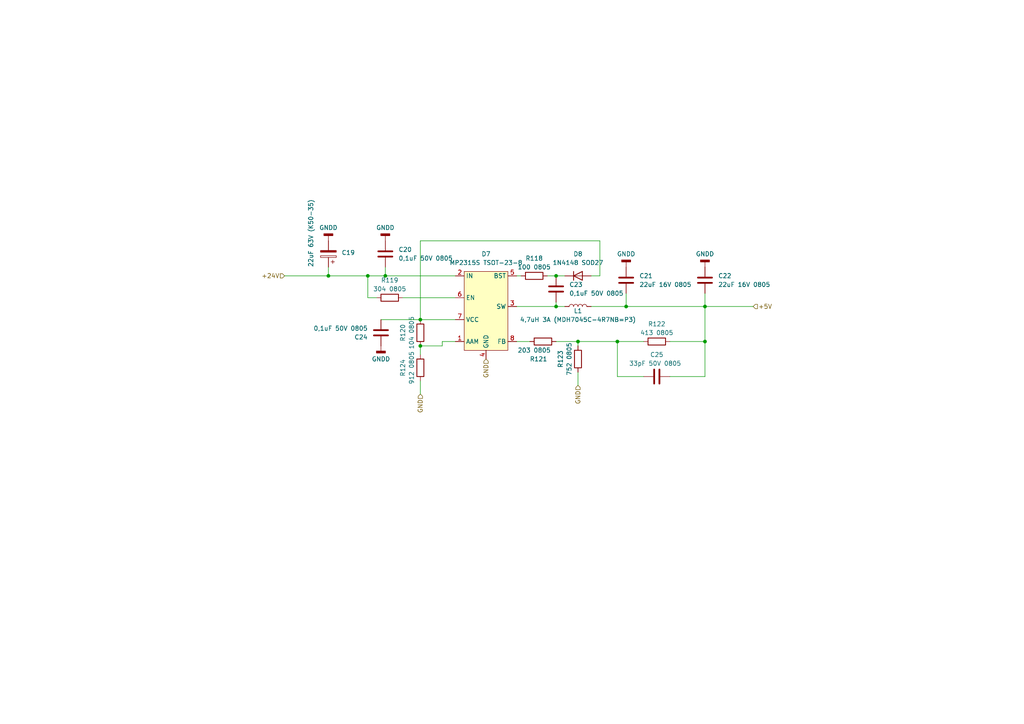
<source format=kicad_sch>
(kicad_sch (version 20230121) (generator eeschema)
  (paper "A4")
  (lib_symbols
    (symbol "Device:C" (pin_numbers hide) (pin_names (offset 0.254))
      (property "Reference" "C" (at 0.635 2.54 0))
      (property "Value" "C" (at 0.635 -2.54 0))
      (symbol "C_0_1"
        (polyline (pts (xy -2.032 -0.762) (xy 2.032 -0.762)) (stroke (width 0.508)))
        (polyline (pts (xy -2.032 0.762) (xy 2.032 0.762)) (stroke (width 0.508)))
      )
      (symbol "C_1_1"
        (pin passive line (at 0 3.81 270) (length 2.794) (name "~") (number "1"))
        (pin passive line (at 0 -3.81 90) (length 2.794) (name "~") (number "2"))
      )
    )
    (symbol "Device:C_Polarized" (pin_numbers hide) (pin_names (offset 0.254))
      (property "Reference" "C" (at 0.635 2.54 0))
      (property "Value" "C_Polarized" (at 0.635 -2.54 0))
      (symbol "C_Polarized_0_1"
        (rectangle (start -2.286 0.508) (end 2.286 1.016))
        (polyline (pts (xy -1.778 2.286) (xy -0.762 2.286)))
        (polyline (pts (xy -1.27 2.794) (xy -1.27 1.778)))
        (rectangle (start 2.286 -0.508) (end -2.286 -1.016) (fill (type outline)))
      )
      (symbol "C_Polarized_1_1"
        (pin passive line (at 0 3.81 270) (length 2.794) (name "~") (number "1"))
        (pin passive line (at 0 -3.81 90) (length 2.794) (name "~") (number "2"))
      )
    )
    (symbol "Device:L" (pin_numbers hide) (pin_names (offset 1.016) hide)
      (property "Reference" "L" (at -1.27 0 90))
      (property "Value" "L" (at 1.905 0 90))
      (symbol "L_0_1"
        (arc (start 0 -2.54) (mid 0.6323 -1.905) (end 0 -1.27))
        (arc (start 0 -1.27) (mid 0.6323 -0.635) (end 0 0))
        (arc (start 0 0) (mid 0.6323 0.635) (end 0 1.27))
        (arc (start 0 1.27) (mid 0.6323 1.905) (end 0 2.54))
      )
      (symbol "L_1_1"
        (pin passive line (at 0 3.81 270) (length 1.27) (name "1") (number "1"))
        (pin passive line (at 0 -3.81 90) (length 1.27) (name "2") (number "2"))
      )
    )
    (symbol "Device:R" (pin_numbers hide) (pin_names (offset 0))
      (property "Reference" "R" (at 2.032 0 90))
      (property "Value" "R" (at 0 0 90))
      (symbol "R_0_1"
        (rectangle (start -1.016 -2.54) (end 1.016 2.54) (stroke (width 0.254)))
      )
      (symbol "R_1_1"
        (pin passive line (at 0 3.81 270) (length 1.27) (name "~") (number "1"))
        (pin passive line (at 0 -3.81 90) (length 1.27) (name "~") (number "2"))
      )
    )
    (symbol "Diode:1N4148" (pin_numbers hide) (pin_names hide)
      (property "Reference" "D" (at 0 2.54 0))
      (property "Value" "1N4148" (at 0 -2.54 0))
      (symbol "1N4148_0_1"
        (polyline (pts (xy -1.27 1.27) (xy -1.27 -1.27)) (stroke (width 0.254)))
        (polyline (pts (xy 1.27 0) (xy -1.27 0)))
        (polyline (pts (xy 1.27 1.27) (xy 1.27 -1.27) (xy -1.27 0) (xy 1.27 1.27)) (stroke (width 0.254)))
      )
      (symbol "1N4148_1_1"
        (pin passive line (at -3.81 0 0) (length 2.54) (name "K") (number "1"))
        (pin passive line (at 3.81 0 180) (length 2.54) (name "A") (number "2"))
      )
    )
    (symbol "Regulator_Switching:MP2315S"
      (property "Reference" "D" (at 0 1.27 0))
      (property "Value" "MP2315S" (at 0 -1.27 0))
      (symbol "MP2315S_1_1"
        (rectangle (start -6.35 -2.54) (end 6.35 -25.4) (fill (type background)))
        (pin input line (at -8.89 -22.86 0) (length 2.54) (name "AAM") (number "1"))
        (pin input line (at -8.89 -3.81 0) (length 2.54) (name "IN") (number "2"))
        (pin input line (at 8.89 -12.7 180) (length 2.54) (name "SW") (number "3"))
        (pin input line (at 0 -27.94 90) (length 2.54) (name "GND") (number "4"))
        (pin input line (at 8.89 -3.81 180) (length 2.54) (name "BST") (number "5"))
        (pin input line (at -8.89 -10.16 0) (length 2.54) (name "EN") (number "6"))
        (pin input line (at -8.89 -16.51 0) (length 2.54) (name "VCC") (number "7"))
        (pin input line (at 8.89 -22.86 180) (length 2.54) (name "FB") (number "8"))
      )
    )
    (symbol "power:GNDD" (power) (pin_numbers hide) (pin_names (offset 0) hide)
      (property "Value" "GNDD" (at 0 -3.175 0))
      (symbol "GNDD_0_1"
        (rectangle (start -1.27 -1.524) (end 1.27 -2.032) (stroke (width 0.254)) (fill (type outline)))
        (polyline (pts (xy 0 0) (xy 0 -1.524)))
      )
      (symbol "GNDD_1_1"
        (pin power_in line (at 0 0 270) (length 0) hide (name "GNDD") (number "1"))
      )
    )
  )
  (junction (at 106.68 80.01))
  (junction (at 121.92 92.71))
  (junction (at 204.47 99.06))
  (junction (at 111.76 80.01))
  (junction (at 161.29 80.01))
  (junction (at 181.61 88.9))
  (junction (at 121.92 100.33))
  (junction (at 161.29 88.9))
  (junction (at 167.64 99.06))
  (junction (at 95.25 80.01))
  (junction (at 204.47 88.9))
  (junction (at 179.07 99.06))
  (wire (pts (xy 128.27 99.06) (xy 132.08 99.06)))
  (wire (pts (xy 121.92 100.33) (xy 128.27 100.33)))
  (wire (pts (xy 181.61 88.9) (xy 204.47 88.9)))
  (wire (pts (xy 161.29 99.06) (xy 167.64 99.06)))
  (wire (pts (xy 181.61 85.09) (xy 181.61 88.9)))
  (wire (pts (xy 121.92 110.49) (xy 121.92 114.3)))
  (wire (pts (xy 106.68 80.01) (xy 106.68 86.36)))
  (wire (pts (xy 106.68 80.01) (xy 111.76 80.01)))
  (wire (pts (xy 82.55 80.01) (xy 95.25 80.01)))
  (wire (pts (xy 116.84 86.36) (xy 132.08 86.36)))
  (wire (pts (xy 121.92 92.71) (xy 132.08 92.71)))
  (wire (pts (xy 95.25 77.47) (xy 95.25 80.01)))
  (wire (pts (xy 173.99 80.01) (xy 173.99 69.85)))
  (wire (pts (xy 167.64 99.06) (xy 179.07 99.06)))
  (wire (pts (xy 179.07 99.06) (xy 186.69 99.06)))
  (wire (pts (xy 167.64 99.06) (xy 167.64 100.33)))
  (wire (pts (xy 158.75 80.01) (xy 161.29 80.01)))
  (wire (pts (xy 194.31 109.22) (xy 204.47 109.22)))
  (wire (pts (xy 171.45 88.9) (xy 181.61 88.9)))
  (wire (pts (xy 121.92 69.85) (xy 121.92 92.71)))
  (wire (pts (xy 149.86 88.9) (xy 161.29 88.9)))
  (wire (pts (xy 106.68 86.36) (xy 109.22 86.36)))
  (wire (pts (xy 204.47 85.09) (xy 204.47 88.9)))
  (wire (pts (xy 111.76 77.47) (xy 111.76 80.01)))
  (wire (pts (xy 171.45 80.01) (xy 173.99 80.01)))
  (wire (pts (xy 110.49 92.71) (xy 121.92 92.71)))
  (wire (pts (xy 121.92 69.85) (xy 173.99 69.85)))
  (wire (pts (xy 161.29 80.01) (xy 163.83 80.01)))
  (wire (pts (xy 128.27 100.33) (xy 128.27 99.06)))
  (wire (pts (xy 186.69 109.22) (xy 179.07 109.22)))
  (wire (pts (xy 121.92 100.33) (xy 121.92 102.87)))
  (wire (pts (xy 204.47 88.9) (xy 204.47 99.06)))
  (wire (pts (xy 111.76 80.01) (xy 132.08 80.01)))
  (wire (pts (xy 179.07 109.22) (xy 179.07 99.06)))
  (wire (pts (xy 194.31 99.06) (xy 204.47 99.06)))
  (wire (pts (xy 204.47 109.22) (xy 204.47 99.06)))
  (wire (pts (xy 204.47 88.9) (xy 218.44 88.9)))
  (wire (pts (xy 149.86 80.01) (xy 151.13 80.01)))
  (wire (pts (xy 149.86 99.06) (xy 153.67 99.06)))
  (wire (pts (xy 95.25 80.01) (xy 106.68 80.01)))
  (wire (pts (xy 167.64 107.95) (xy 167.64 111.76)))
  (wire (pts (xy 161.29 88.9) (xy 163.83 88.9)))
  (wire (pts (xy 161.29 87.63) (xy 161.29 88.9)))
  (hierarchical_label "+24V" (shape input) (at 82.55 80.01 180))
  (hierarchical_label "GND" (shape input) (at 121.92 114.3 270))
  (hierarchical_label "+5V" (shape input) (at 218.44 88.9 0))
  (hierarchical_label "GND" (shape input) (at 140.97 104.14 270))
  (hierarchical_label "GND" (shape input) (at 167.64 111.76 270))
  (symbol (lib_id "power:GNDD") (at 95.25 69.85 180) (unit 1)
    (property "Reference" "#PWR072" (effects hide))
    (property "Value" "GNDD" (at 95.25 66.04 0))
    (instances (project "ПА и коммутации" (path "" (reference "#PWR072") (unit 1))) (project "Плата насосов" (path "" (reference "#PWR014") (unit 1)) (path "" (reference "#PWR063") (unit 1))) (project "ИБП" (path "" (reference "#PWR0102") (unit 1)) (path "" (reference "#PWR0137") (unit 1))) (project "CommonControl" (path "" (reference "#PWR014") (unit 1))))
  )
  (symbol (lib_id "Device:R") (at 121.92 106.68 180) (unit 1)
    (property "Reference" "R124" (at 116.84 106.68 90))
    (property "Value" "912 0805" (at 119.38 106.68 90))
    (property "Footprint" "PCM_Resistor_SMD_AKL:R_0805_2012Metric_Pad1.20x1.40mm_HandSolder" (effects hide))
    (instances (project "ПА и коммутации" (path "" (reference "R124") (unit 1))) (project "Плата насосов" (path "" (reference "R39") (unit 1))) (project "ИБП" (path "" (reference "R231") (unit 1))))
  )
  (symbol (lib_id "Regulator_Switching:MP2315S") (at 140.97 76.2 0) (unit 1)
    (property "Reference" "D7" (at 140.97 73.66 0))
    (property "Value" "MP2315S TSOT-23-8" (at 140.97 76.2 0))
    (property "Footprint" "Package_TO_SOT_SMD:TSOT-23-8" (effects hide))
    (property "Datasheet" "https://pdf1.alldatasheet.com/datasheet-pdf/view/1035059/MPS/MP2315S.html" (effects hide))
    (instances (project "ПА и коммутации" (path "" (reference "D7") (unit 1))) (project "Плата насосов" (path "" (reference "D3") (unit 1))) (project "ИБП" (path "" (reference "D48") (unit 1))))
  )
  (symbol (lib_id "Device:C") (at 190.5 109.22 270) (unit 1)
    (property "Reference" "C25" (at 190.5 102.87 90))
    (property "Value" "33pF 50V 0805 " (at 190.5 105.41 90))
    (property "Footprint" "Capacitor_SMD:C_0805_2012Metric_Pad1.18x1.45mm_HandSolder" (effects hide))
    (instances (project "ПА и коммутации" (path "" (reference "C25") (unit 1))) (project "Плата насосов" (path "" (reference "C44") (unit 1))) (project "ИБП" (path "" (reference "C97") (unit 1))))
  )
  (symbol (lib_id "Device:C") (at 110.49 96.52 180) (unit 1)
    (property "Reference" "C24" (at 106.68 97.79 0) (effects (justify left)))
    (property "Value" "0,1uF 50V 0805" (at 106.68 95.25 0) (effects (justify left)))
    (property "Footprint" "Capacitor_SMD:C_0805_2012Metric_Pad1.18x1.45mm_HandSolder" (effects hide))
    (instances (project "ПА и коммутации" (path "" (reference "C24") (unit 1))) (project "Плата насосов" (path "" (reference "C43") (unit 1))) (project "ИБП" (path "" (reference "C96") (unit 1))))
  )
  (symbol (lib_id "power:GNDD") (at 204.47 77.47 180) (unit 1)
    (property "Reference" "#PWR075" (effects hide))
    (property "Value" "GNDD" (at 204.47 73.66 0))
    (instances (project "ПА и коммутации" (path "" (reference "#PWR075") (unit 1))) (project "Плата насосов" (path "" (reference "#PWR014") (unit 1)) (path "" (reference "#PWR066") (unit 1))) (project "ИБП" (path "" (reference "#PWR0102") (unit 1)) (path "" (reference "#PWR0140") (unit 1))) (project "CommonControl" (path "" (reference "#PWR014") (unit 1))))
  )
  (symbol (lib_id "Device:C_Polarized") (at 95.25 73.66 180) (unit 1)
    (property "Reference" "C19" (at 99.06 73.279 0) (effects (justify right)))
    (property "Value" "22uF 63V (К50-35)" (at 90.17 77.47 90) (effects (justify right)))
    (property "Footprint" "Capacitor_THT:CP_Radial_D6.3mm_P2.50mm" (effects hide))
    (instances (project "ПА и коммутации" (path "" (reference "C19") (unit 1))) (project "Плата насосов" (path "" (reference "C38") (unit 1))) (project "ИБП" (path "" (reference "C91") (unit 1))))
  )
  (symbol (lib_id "Device:R") (at 121.92 96.52 180) (unit 1)
    (property "Reference" "R120" (at 116.84 96.52 90))
    (property "Value" "104 0805" (at 119.38 96.52 90))
    (property "Footprint" "PCM_Resistor_SMD_AKL:R_0805_2012Metric_Pad1.20x1.40mm_HandSolder" (effects hide))
    (instances (project "ПА и коммутации" (path "" (reference "R120") (unit 1))) (project "Плата насосов" (path "" (reference "R35") (unit 1))) (project "ИБП" (path "" (reference "R227") (unit 1))))
  )
  (symbol (lib_id "power:GNDD") (at 181.61 77.47 180) (unit 1)
    (property "Reference" "#PWR074" (effects hide))
    (property "Value" "GNDD" (at 181.61 73.66 0))
    (instances (project "ПА и коммутации" (path "" (reference "#PWR074") (unit 1))) (project "Плата насосов" (path "" (reference "#PWR014") (unit 1)) (path "" (reference "#PWR065") (unit 1))) (project "ИБП" (path "" (reference "#PWR0102") (unit 1)) (path "" (reference "#PWR0139") (unit 1))) (project "CommonControl" (path "" (reference "#PWR014") (unit 1))))
  )
  (symbol (lib_id "Device:R") (at 190.5 99.06 90) (unit 1)
    (property "Reference" "R122" (at 190.5 93.98 90))
    (property "Value" "413 0805" (at 190.5 96.52 90))
    (property "Footprint" "PCM_Resistor_SMD_AKL:R_0805_2012Metric_Pad1.20x1.40mm_HandSolder" (effects hide))
    (instances (project "ПА и коммутации" (path "" (reference "R122") (unit 1))) (project "Плата насосов" (path "" (reference "R37") (unit 1))) (project "ИБП" (path "" (reference "R229") (unit 1))))
  )
  (symbol (lib_id "Device:R") (at 157.48 99.06 90) (unit 1)
    (property "Reference" "R121" (at 156.21 104.14 90))
    (property "Value" "203 0805" (at 154.94 101.6 90))
    (property "Footprint" "PCM_Resistor_SMD_AKL:R_0805_2012Metric_Pad1.20x1.40mm_HandSolder" (effects hide))
    (instances (project "ПА и коммутации" (path "" (reference "R121") (unit 1))) (project "Плата насосов" (path "" (reference "R36") (unit 1))) (project "ИБП" (path "" (reference "R228") (unit 1))))
  )
  (symbol (lib_id "Device:C") (at 204.47 81.28 0) (unit 1)
    (property "Reference" "C22" (at 208.28 80.01 0) (effects (justify left)))
    (property "Value" "22uF 16V 0805 " (at 208.28 82.55 0) (effects (justify left)))
    (property "Footprint" "Capacitor_SMD:C_0805_2012Metric_Pad1.18x1.45mm_HandSolder" (effects hide))
    (instances (project "ПА и коммутации" (path "" (reference "C22") (unit 1))) (project "Плата насосов" (path "" (reference "C41") (unit 1))) (project "ИБП" (path "" (reference "C94") (unit 1))))
  )
  (symbol (lib_id "power:GNDD") (at 111.76 69.85 180) (unit 1)
    (property "Reference" "#PWR073" (effects hide))
    (property "Value" "GNDD" (at 111.76 66.04 0))
    (instances (project "ПА и коммутации" (path "" (reference "#PWR073") (unit 1))) (project "Плата насосов" (path "" (reference "#PWR014") (unit 1)) (path "" (reference "#PWR064") (unit 1))) (project "ИБП" (path "" (reference "#PWR0102") (unit 1)) (path "" (reference "#PWR0138") (unit 1))) (project "CommonControl" (path "" (reference "#PWR014") (unit 1))))
  )
  (symbol (lib_id "Device:R") (at 154.94 80.01 90) (unit 1)
    (property "Reference" "R118" (at 154.94 74.93 90))
    (property "Value" "100 0805" (at 154.94 77.47 90))
    (property "Footprint" "PCM_Resistor_SMD_AKL:R_0805_2012Metric_Pad1.20x1.40mm_HandSolder" (effects hide))
    (instances (project "ПА и коммутации" (path "" (reference "R118") (unit 1))) (project "Плата насосов" (path "" (reference "R33") (unit 1))) (project "ИБП" (path "" (reference "R225") (unit 1))))
  )
  (symbol (lib_id "Diode:1N4148") (at 167.64 80.01 0) (unit 1)
    (property "Reference" "D8" (at 167.64 73.66 0))
    (property "Value" "1N4148 SOD27" (at 167.64 76.2 0))
    (property "Footprint" "Diode_THT:D_DO-35_SOD27_P7.62mm_Horizontal" (effects hide))
    (property "Datasheet" "https://assets.nexperia.com/documents/data-sheet/1N4148_1N4448.pdf" (effects hide))
    (property "Sim.Device" "D" (effects hide))
    (property "Sim.Pins" "1=K 2=A" (effects hide))
    (instances (project "ПА и коммутации" (path "" (reference "D8") (unit 1))) (project "Плата насосов" (path "" (reference "D4") (unit 1))) (project "ИБП" (path "" (reference "D49") (unit 1))))
  )
  (symbol (lib_id "power:GNDD") (at 110.49 100.33 0) (unit 1)
    (property "Reference" "#PWR076" (effects hide))
    (property "Value" "GNDD" (at 110.49 104.14 0))
    (instances (project "ПА и коммутации" (path "" (reference "#PWR076") (unit 1))) (project "Плата насосов" (path "" (reference "#PWR014") (unit 1)) (path "" (reference "#PWR067") (unit 1))) (project "ИБП" (path "" (reference "#PWR0102") (unit 1)) (path "" (reference "#PWR0141") (unit 1))) (project "CommonControl" (path "" (reference "#PWR014") (unit 1))))
  )
  (symbol (lib_id "Device:R") (at 167.64 104.14 180) (unit 1)
    (property "Reference" "R123" (at 162.56 104.14 90))
    (property "Value" "752 0805" (at 165.1 104.14 90))
    (property "Footprint" "PCM_Resistor_SMD_AKL:R_0805_2012Metric_Pad1.20x1.40mm_HandSolder" (effects hide))
    (instances (project "ПА и коммутации" (path "" (reference "R123") (unit 1))) (project "Плата насосов" (path "" (reference "R38") (unit 1))) (project "ИБП" (path "" (reference "R230") (unit 1))))
  )
  (symbol (lib_id "Device:C") (at 181.61 81.28 0) (unit 1)
    (property "Reference" "C21" (at 185.42 80.01 0) (effects (justify left)))
    (property "Value" "22uF 16V 0805 " (at 185.42 82.55 0) (effects (justify left)))
    (property "Footprint" "Capacitor_SMD:C_0805_2012Metric_Pad1.18x1.45mm_HandSolder" (effects hide))
    (instances (project "ПА и коммутации" (path "" (reference "C21") (unit 1))) (project "Плата насосов" (path "" (reference "C40") (unit 1))) (project "ИБП" (path "" (reference "C93") (unit 1))))
  )
  (symbol (lib_id "Device:L") (at 167.64 88.9 90) (unit 1)
    (property "Reference" "L1" (at 167.64 90.17 90))
    (property "Value" "4,7uH 3A (MDH7045C-4R7NB=P3)" (at 167.64 92.71 90))
    (property "Footprint" "Inductor_SMD:L_7.3x7.3_H4.5" (effects hide))
    (instances (project "ПА и коммутации" (path "" (reference "L1") (unit 1))) (project "Плата насосов" (path "" (reference "L2") (unit 1))) (project "ИБП" (path "" (reference "L7") (unit 1))))
  )
  (symbol (lib_id "Device:C") (at 161.29 83.82 0) (unit 1)
    (property "Reference" "C23" (at 165.1 82.55 0) (effects (justify left)))
    (property "Value" "0,1uF 50V 0805" (at 165.1 85.09 0) (effects (justify left)))
    (property "Footprint" "Capacitor_SMD:C_0805_2012Metric_Pad1.18x1.45mm_HandSolder" (effects hide))
    (instances (project "ПА и коммутации" (path "" (reference "C23") (unit 1))) (project "Плата насосов" (path "" (reference "C42") (unit 1))) (project "ИБП" (path "" (reference "C95") (unit 1))))
  )
  (symbol (lib_id "Device:R") (at 113.03 86.36 90) (unit 1)
    (property "Reference" "R119" (at 113.03 81.28 90))
    (property "Value" "304 0805" (at 113.03 83.82 90))
    (property "Footprint" "PCM_Resistor_SMD_AKL:R_0805_2012Metric_Pad1.20x1.40mm_HandSolder" (effects hide))
    (instances (project "ПА и коммутации" (path "" (reference "R119") (unit 1))) (project "Плата насосов" (path "" (reference "R34") (unit 1))) (project "ИБП" (path "" (reference "R226") (unit 1))))
  )
  (symbol (lib_id "Device:C") (at 111.76 73.66 0) (unit 1)
    (property "Reference" "C20" (at 115.57 72.39 0) (effects (justify left)))
    (property "Value" "0,1uF 50V 0805" (at 115.57 74.93 0) (effects (justify left)))
    (property "Footprint" "Capacitor_SMD:C_0805_2012Metric_Pad1.18x1.45mm_HandSolder" (effects hide))
    (instances (project "ПА и коммутации" (path "" (reference "C20") (unit 1))) (project "Плата насосов" (path "" (reference "C39") (unit 1))) (project "ИБП" (path "" (reference "C92") (unit 1))))
  )
)
</source>
